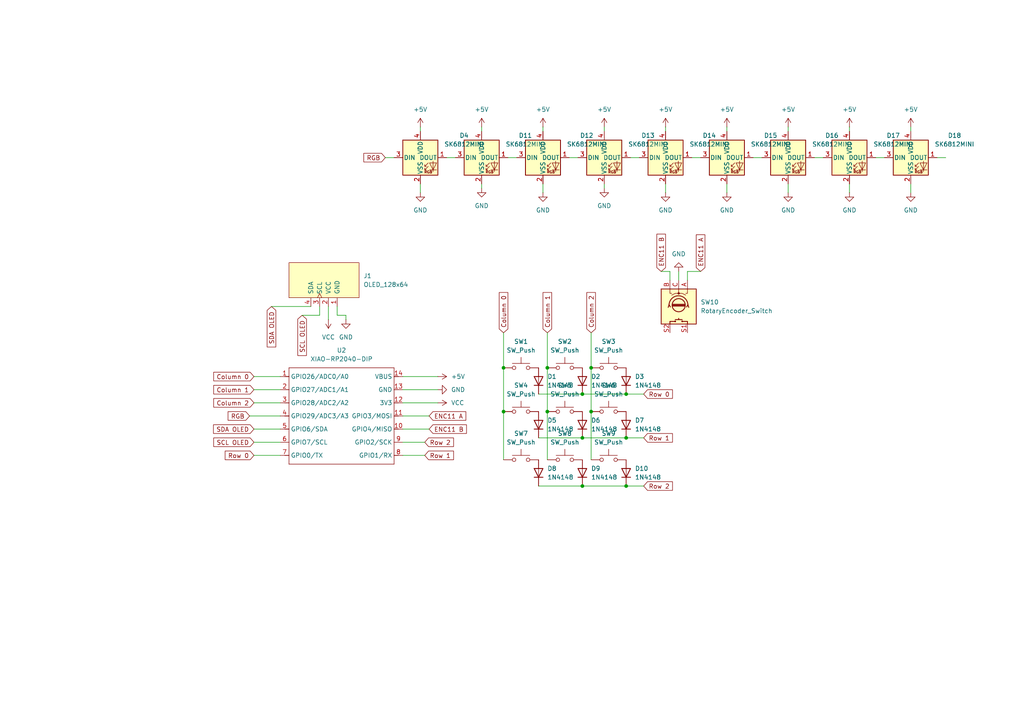
<source format=kicad_sch>
(kicad_sch (version 20250114) (generator "eeschema") (generator_version "9.0")
  (paper "A4")
  (lib_symbols
    (symbol "Device:RotaryEncoder_Switch" (pin_names (offset 0.254) (hide yes))
      (property "Reference" "SW" (at 0 6.604 0))
      (property "Value" "RotaryEncoder_Switch" (at 0 -6.604 0))
      (symbol "RotaryEncoder_Switch_0_1"
        (rectangle (start -5.08 5.08) (end 5.08 -5.08) (stroke (width 0.254)) (fill (type background)))
        (polyline (pts (xy -5.08 2.54) (xy -3.81 2.54) (xy -3.81 2.032)))
        (polyline (pts (xy -5.08 0) (xy -3.81 0) (xy -3.81 -1.016) (xy -3.302 -2.032)))
        (polyline (pts (xy -5.08 -2.54) (xy -3.81 -2.54) (xy -3.81 -2.032)))
        (polyline (pts (xy -4.318 0) (xy -3.81 0) (xy -3.81 1.016) (xy -3.302 2.032)))
        (circle (center -3.81 0) (radius 0.254) (fill (type outline)))
        (polyline (pts (xy -0.635 -1.778) (xy -0.635 1.778)) (stroke (width 0.254)))
        (circle (center -0.381 0) (radius 1.905) (stroke (width 0.254)))
        (polyline (pts (xy -0.381 -1.778) (xy -0.381 1.778)) (stroke (width 0.254)))
        (arc (start -0.381 -2.794) (mid -3.0988 -0.0635) (end -0.381 2.667) (stroke (width 0.254)))
        (polyline (pts (xy -0.127 1.778) (xy -0.127 -1.778)) (stroke (width 0.254)))
        (polyline (pts (xy 0.254 2.921) (xy -0.508 2.667) (xy 0.127 2.286)) (stroke (width 0.254)))
        (polyline (pts (xy 0.254 -3.048) (xy -0.508 -2.794) (xy 0.127 -2.413)) (stroke (width 0.254)))
        (polyline (pts (xy 3.81 1.016) (xy 3.81 -1.016)) (stroke (width 0.254)))
        (polyline (pts (xy 3.81 0) (xy 3.429 0)) (stroke (width 0.254)))
        (circle (center 4.318 1.016) (radius 0.127) (stroke (width 0.254)))
        (circle (center 4.318 -1.016) (radius 0.127) (stroke (width 0.254)))
        (polyline (pts (xy 5.08 2.54) (xy 4.318 2.54) (xy 4.318 1.016)) (stroke (width 0.254)))
        (polyline (pts (xy 5.08 -2.54) (xy 4.318 -2.54) (xy 4.318 -1.016)) (stroke (width 0.254)))
      )
      (symbol "RotaryEncoder_Switch_1_1"
        (pin passive line (at -7.62 2.54 0) (length 2.54) (name "A") (number "A"))
        (pin passive line (at -7.62 0 0) (length 2.54) (name "C") (number "C"))
        (pin passive line (at -7.62 -2.54 0) (length 2.54) (name "B") (number "B"))
        (pin passive line (at 7.62 2.54 180) (length 2.54) (name "S1") (number "S1"))
        (pin passive line (at 7.62 -2.54 180) (length 2.54) (name "S2") (number "S2"))
      )
    )
    (symbol "Diode:1N4148" (pin_numbers (hide yes)) (pin_names (hide yes))
      (property "Reference" "D" (at 0 2.54 0))
      (property "Value" "1N4148" (at 0 -2.54 0))
      (symbol "1N4148_0_1"
        (polyline (pts (xy -1.27 1.27) (xy -1.27 -1.27)) (stroke (width 0.254)))
        (polyline (pts (xy 1.27 1.27) (xy 1.27 -1.27) (xy -1.27 0) (xy 1.27 1.27)) (stroke (width 0.254)))
        (polyline (pts (xy 1.27 0) (xy -1.27 0)))
      )
      (symbol "1N4148_1_1"
        (pin passive line (at -3.81 0 0) (length 2.54) (name "K") (number "1"))
        (pin passive line (at 3.81 0 180) (length 2.54) (name "A") (number "2"))
      )
    )
    (symbol "LED:SK6812MINI" (pin_names (offset 0.254))
      (property "Reference" "D" (at 5.08 5.715 0))
      (property "Value" "SK6812MINI" (at 1.27 -5.715 0))
      (symbol "SK6812MINI_0_0"
        (text "RGB" (at 2.286 -4.191 0) (effects (font (size 0.762 0.762))))
      )
      (symbol "SK6812MINI_0_1"
        (polyline (pts (xy 1.27 -2.54) (xy 1.778 -2.54)))
        (polyline (pts (xy 1.27 -3.556) (xy 1.778 -3.556)))
        (polyline (pts (xy 2.286 -1.524) (xy 1.27 -2.54) (xy 1.27 -2.032)))
        (polyline (pts (xy 2.286 -2.54) (xy 1.27 -3.556) (xy 1.27 -3.048)))
        (polyline (pts (xy 3.683 -1.016) (xy 3.683 -3.556) (xy 3.683 -4.064)))
        (polyline (pts (xy 4.699 -1.524) (xy 2.667 -1.524) (xy 3.683 -3.556) (xy 4.699 -1.524)))
        (polyline (pts (xy 4.699 -3.556) (xy 2.667 -3.556)))
        (rectangle (start 5.08 5.08) (end -5.08 -5.08) (stroke (width 0.254)) (fill (type background)))
      )
      (symbol "SK6812MINI_1_1"
        (pin input line (at -7.62 0 0) (length 2.54) (name "DIN") (number "3"))
        (pin power_in line (at 0 7.62 270) (length 2.54) (name "VDD") (number "4"))
        (pin power_in line (at 0 -7.62 90) (length 2.54) (name "VSS") (number "2"))
        (pin output line (at 7.62 0 180) (length 2.54) (name "DOUT") (number "1"))
      )
    )
    (symbol "ScottoKeebs:OLED_128x64" (pin_names (offset 1.016))
      (property "Reference" "J" (at 0 -11.43 0))
      (property "Value" "OLED_128x64" (at 0 -7.62 0))
      (symbol "OLED_128x64_0_1"
        (rectangle (start 10.16 -10.16) (end -10.16 0) (fill (type background)))
      )
      (symbol "OLED_128x64_1_1"
        (pin power_in line (at -3.81 2.54 270) (length 2.54) (name "GND") (number "1"))
        (pin power_in line (at -1.27 2.54 270) (length 2.54) (name "VCC") (number "2"))
        (pin input clock (at 1.27 2.54 270) (length 2.54) (name "SCL") (number "3"))
        (pin bidirectional line (at 3.81 2.54 270) (length 2.54) (name "SDA") (number "4"))
      )
    )
    (symbol "Seeed_Studio_XIAO_Series:XIAO-RP2040-DIP"
      (property "Reference" "U" (at 0 0 0))
      (property "Value" "XIAO-RP2040-DIP" (at 5.334 -1.778 0))
      (symbol "XIAO-RP2040-DIP_1_0"
        (polyline (pts (xy -1.27 -2.54) (xy 29.21 -2.54)) (stroke (width 0.1524)))
        (polyline (pts (xy -1.27 -5.08) (xy -2.54 -5.08)) (stroke (width 0.1524)))
        (polyline (pts (xy -1.27 -5.08) (xy -1.27 -2.54)) (stroke (width 0.1524)))
        (polyline (pts (xy -1.27 -8.89) (xy -1.27 -5.08)) (stroke (width 0.1524)))
        (polyline (pts (xy -1.27 -8.89) (xy -2.54 -8.89)) (stroke (width 0.1524)))
        (polyline (pts (xy -1.27 -12.7) (xy -1.27 -8.89)) (stroke (width 0.1524)))
        (polyline (pts (xy -1.27 -12.7) (xy -2.54 -12.7)) (stroke (width 0.1524)))
        (polyline (pts (xy -1.27 -16.51) (xy -1.27 -12.7)) (stroke (width 0.1524)))
        (polyline (pts (xy -1.27 -16.51) (xy -2.54 -16.51)) (stroke (width 0.1524)))
        (polyline (pts (xy -1.27 -20.32) (xy -2.54 -20.32)) (stroke (width 0.1524)))
        (polyline (pts (xy -1.27 -24.13) (xy -2.54 -24.13)) (stroke (width 0.1524)))
        (polyline (pts (xy -1.27 -27.94) (xy -2.54 -27.94)) (stroke (width 0.1524)))
        (polyline (pts (xy -1.27 -30.48) (xy -1.27 -16.51)) (stroke (width 0.1524)))
        (polyline (pts (xy 29.21 -2.54) (xy 29.21 -5.08)) (stroke (width 0.1524)))
        (polyline (pts (xy 29.21 -5.08) (xy 29.21 -8.89)) (stroke (width 0.1524)))
        (polyline (pts (xy 29.21 -8.89) (xy 29.21 -12.7)) (stroke (width 0.1524)))
        (polyline (pts (xy 29.21 -12.7) (xy 29.21 -30.48)) (stroke (width 0.1524)))
        (polyline (pts (xy 29.21 -30.48) (xy -1.27 -30.48)) (stroke (width 0.1524)))
        (polyline (pts (xy 30.48 -5.08) (xy 29.21 -5.08)) (stroke (width 0.1524)))
        (polyline (pts (xy 30.48 -8.89) (xy 29.21 -8.89)) (stroke (width 0.1524)))
        (polyline (pts (xy 30.48 -12.7) (xy 29.21 -12.7)) (stroke (width 0.1524)))
        (polyline (pts (xy 30.48 -16.51) (xy 29.21 -16.51)) (stroke (width 0.1524)))
        (polyline (pts (xy 30.48 -20.32) (xy 29.21 -20.32)) (stroke (width 0.1524)))
        (polyline (pts (xy 30.48 -24.13) (xy 29.21 -24.13)) (stroke (width 0.1524)))
        (polyline (pts (xy 30.48 -27.94) (xy 29.21 -27.94)) (stroke (width 0.1524)))
        (pin passive line (at -3.81 -5.08 0) (length 2.54) (name "GPIO26/ADC0/A0") (number "1"))
        (pin passive line (at -3.81 -8.89 0) (length 2.54) (name "GPIO27/ADC1/A1") (number "2"))
        (pin passive line (at -3.81 -12.7 0) (length 2.54) (name "GPIO28/ADC2/A2") (number "3"))
        (pin passive line (at -3.81 -16.51 0) (length 2.54) (name "GPIO29/ADC3/A3") (number "4"))
        (pin passive line (at -3.81 -20.32 0) (length 2.54) (name "GPIO6/SDA") (number "5"))
        (pin passive line (at -3.81 -24.13 0) (length 2.54) (name "GPIO7/SCL") (number "6"))
        (pin passive line (at -3.81 -27.94 0) (length 2.54) (name "GPIO0/TX") (number "7"))
        (pin passive line (at 31.75 -5.08 180) (length 2.54) (name "VBUS") (number "14"))
        (pin passive line (at 31.75 -8.89 180) (length 2.54) (name "GND") (number "13"))
        (pin passive line (at 31.75 -12.7 180) (length 2.54) (name "3V3") (number "12"))
        (pin passive line (at 31.75 -16.51 180) (length 2.54) (name "GPIO3/MOSI") (number "11"))
        (pin passive line (at 31.75 -20.32 180) (length 2.54) (name "GPIO4/MISO") (number "10"))
        (pin passive line (at 31.75 -24.13 180) (length 2.54) (name "GPIO2/SCK") (number "9"))
        (pin passive line (at 31.75 -27.94 180) (length 2.54) (name "GPIO1/RX") (number "8"))
      )
    )
    (symbol "Switch:SW_Push" (pin_numbers (hide yes)) (pin_names (offset 1.016) (hide yes))
      (property "Reference" "SW" (at 1.27 2.54 0))
      (property "Value" "SW_Push" (at 0 -1.524 0))
      (symbol "SW_Push_0_1"
        (circle (center -2.032 0) (radius 0.508))
        (polyline (pts (xy 0 1.27) (xy 0 3.048)))
        (circle (center 2.032 0) (radius 0.508))
        (polyline (pts (xy 2.54 1.27) (xy -2.54 1.27)))
        (pin passive line (at -5.08 0 0) (length 2.54) (name "1") (number "1"))
        (pin passive line (at 5.08 0 180) (length 2.54) (name "2") (number "2"))
      )
    )
    (symbol "power:+5V" (power) (pin_numbers (hide yes)) (pin_names (offset 0) (hide yes))
      (property "Value" "+5V" (at 0 3.556 0))
      (symbol "+5V_0_1"
        (polyline (pts (xy -0.762 1.27) (xy 0 2.54)))
        (polyline (pts (xy 0 2.54) (xy 0.762 1.27)))
        (polyline (pts (xy 0 0) (xy 0 2.54)))
      )
      (symbol "+5V_1_1"
        (pin power_in line (at 0 0 90) (length 0) (name "~") (number "1"))
      )
    )
    (symbol "power:GND" (power) (pin_numbers (hide yes)) (pin_names (offset 0) (hide yes))
      (property "Value" "GND" (at 0 -3.81 0))
      (symbol "GND_0_1"
        (polyline (pts (xy 0 0) (xy 0 -1.27) (xy 1.27 -1.27) (xy 0 -2.54) (xy -1.27 -1.27) (xy 0 -1.27)))
      )
      (symbol "GND_1_1"
        (pin power_in line (at 0 0 270) (length 0) (name "~") (number "1"))
      )
    )
    (symbol "power:VCC" (power) (pin_numbers (hide yes)) (pin_names (offset 0) (hide yes))
      (property "Value" "VCC" (at 0 3.556 0))
      (symbol "VCC_0_1"
        (polyline (pts (xy -0.762 1.27) (xy 0 2.54)))
        (polyline (pts (xy 0 2.54) (xy 0.762 1.27)))
        (polyline (pts (xy 0 0) (xy 0 2.54)))
      )
      (symbol "VCC_1_1"
        (pin power_in line (at 0 0 90) (length 0) (name "~") (number "1"))
      )
    )
  )
  (junction (at 168.91 140.97))
  (junction (at 168.91 114.3))
  (junction (at 168.91 127))
  (junction (at 181.61 140.97))
  (junction (at 158.75 119.38))
  (junction (at 181.61 127))
  (junction (at 158.75 106.68))
  (junction (at 146.05 106.68))
  (junction (at 181.61 114.3))
  (junction (at 171.45 106.68))
  (junction (at 146.05 119.38))
  (junction (at 171.45 119.38))
  (wire (pts (xy 157.48 55.88) (xy 157.48 53.34)))
  (wire (pts (xy 73.66 128.27) (xy 81.28 128.27)))
  (wire (pts (xy 146.05 106.68) (xy 146.05 119.38)))
  (wire (pts (xy 193.04 55.88) (xy 193.04 53.34)))
  (wire (pts (xy 238.76 45.72) (xy 236.22 45.72)))
  (wire (pts (xy 171.45 96.52) (xy 171.45 106.68)))
  (wire (pts (xy 264.16 36.83) (xy 264.16 38.1)))
  (wire (pts (xy 246.38 36.83) (xy 246.38 38.1)))
  (wire (pts (xy 111.76 45.72) (xy 114.3 45.72)))
  (wire (pts (xy 181.61 140.97) (xy 186.69 140.97)))
  (wire (pts (xy 95.25 92.71) (xy 95.25 88.9)))
  (wire (pts (xy 156.21 127) (xy 168.91 127)))
  (wire (pts (xy 78.74 88.9) (xy 90.17 88.9)))
  (wire (pts (xy 203.2 45.72) (xy 200.66 45.72)))
  (wire (pts (xy 146.05 96.52) (xy 146.05 106.68)))
  (wire (pts (xy 87.63 91.44) (xy 92.71 91.44)))
  (wire (pts (xy 203.2 78.74) (xy 199.39 78.74)))
  (wire (pts (xy 246.38 55.88) (xy 246.38 53.34)))
  (wire (pts (xy 168.91 114.3) (xy 181.61 114.3)))
  (wire (pts (xy 220.98 45.72) (xy 218.44 45.72)))
  (wire (pts (xy 73.66 116.84) (xy 81.28 116.84)))
  (wire (pts (xy 199.39 78.74) (xy 199.39 81.28)))
  (wire (pts (xy 256.54 45.72) (xy 254 45.72)))
  (wire (pts (xy 92.71 91.44) (xy 92.71 88.9)))
  (wire (pts (xy 264.16 55.88) (xy 264.16 53.34)))
  (wire (pts (xy 146.05 119.38) (xy 146.05 133.35)))
  (wire (pts (xy 191.77 78.74) (xy 194.31 78.74)))
  (wire (pts (xy 196.85 78.74) (xy 196.85 81.28)))
  (wire (pts (xy 175.26 54.61) (xy 175.26 53.34)))
  (wire (pts (xy 274.32 45.72) (xy 271.78 45.72)))
  (wire (pts (xy 72.39 120.65) (xy 81.28 120.65)))
  (wire (pts (xy 210.82 55.88) (xy 210.82 53.34)))
  (wire (pts (xy 116.84 116.84) (xy 127 116.84)))
  (wire (pts (xy 228.6 36.83) (xy 228.6 38.1)))
  (wire (pts (xy 149.86 45.72) (xy 147.32 45.72)))
  (wire (pts (xy 139.7 54.61) (xy 139.7 53.34)))
  (wire (pts (xy 127 109.22) (xy 116.84 109.22)))
  (wire (pts (xy 157.48 36.83) (xy 157.48 38.1)))
  (wire (pts (xy 185.42 45.72) (xy 182.88 45.72)))
  (wire (pts (xy 73.66 109.22) (xy 81.28 109.22)))
  (wire (pts (xy 168.91 140.97) (xy 181.61 140.97)))
  (wire (pts (xy 139.7 36.83) (xy 139.7 38.1)))
  (wire (pts (xy 167.64 45.72) (xy 165.1 45.72)))
  (wire (pts (xy 100.33 92.71) (xy 100.33 91.44)))
  (wire (pts (xy 158.75 119.38) (xy 158.75 133.35)))
  (wire (pts (xy 158.75 96.52) (xy 158.75 106.68)))
  (wire (pts (xy 228.6 55.88) (xy 228.6 53.34)))
  (wire (pts (xy 123.19 128.27) (xy 116.84 128.27)))
  (wire (pts (xy 132.08 45.72) (xy 129.54 45.72)))
  (wire (pts (xy 124.46 120.65) (xy 116.84 120.65)))
  (wire (pts (xy 73.66 113.03) (xy 81.28 113.03)))
  (wire (pts (xy 116.84 113.03) (xy 127 113.03)))
  (wire (pts (xy 168.91 127) (xy 181.61 127)))
  (wire (pts (xy 123.19 132.08) (xy 116.84 132.08)))
  (wire (pts (xy 97.79 91.44) (xy 97.79 88.9)))
  (wire (pts (xy 121.92 55.88) (xy 121.92 53.34)))
  (wire (pts (xy 158.75 106.68) (xy 158.75 119.38)))
  (wire (pts (xy 210.82 36.83) (xy 210.82 38.1)))
  (wire (pts (xy 156.21 114.3) (xy 168.91 114.3)))
  (wire (pts (xy 171.45 106.68) (xy 171.45 119.38)))
  (wire (pts (xy 121.92 36.83) (xy 121.92 38.1)))
  (wire (pts (xy 73.66 124.46) (xy 81.28 124.46)))
  (wire (pts (xy 193.04 36.83) (xy 193.04 38.1)))
  (wire (pts (xy 181.61 127) (xy 186.69 127)))
  (wire (pts (xy 156.21 140.97) (xy 168.91 140.97)))
  (wire (pts (xy 171.45 119.38) (xy 171.45 133.35)))
  (wire (pts (xy 194.31 78.74) (xy 194.31 81.28)))
  (wire (pts (xy 181.61 114.3) (xy 186.69 114.3)))
  (wire (pts (xy 175.26 36.83) (xy 175.26 38.1)))
  (wire (pts (xy 73.66 132.08) (xy 81.28 132.08)))
  (wire (pts (xy 124.46 124.46) (xy 116.84 124.46)))
  (wire (pts (xy 100.33 91.44) (xy 97.79 91.44)))
  (global_label "RGB" (shape input) (at 111.76 45.72 180) (property "Intersheetrefs" "${INTERSHEET_REFS}" (effects (hide yes))))
  (global_label "Column 0" (shape input) (at 146.05 96.52 90) (property "Intersheetrefs" "${INTERSHEET_REFS}" (effects (hide yes))))
  (global_label "Row 2" (shape input) (at 123.19 128.27 0) (property "Intersheetrefs" "${INTERSHEET_REFS}" (effects (hide yes))))
  (global_label "ENC11 A" (shape input) (at 124.46 120.65 0) (property "Intersheetrefs" "${INTERSHEET_REFS}" (effects (hide yes))))
  (global_label "SDA OLED" (shape input) (at 73.66 124.46 180) (property "Intersheetrefs" "${INTERSHEET_REFS}" (effects (hide yes))))
  (global_label "SCL OLED" (shape input) (at 87.63 91.44 270) (property "Intersheetrefs" "${INTERSHEET_REFS}" (effects (hide yes))))
  (global_label "Column 2" (shape input) (at 73.66 116.84 180) (property "Intersheetrefs" "${INTERSHEET_REFS}" (effects (hide yes))))
  (global_label "ENC11 A" (shape input) (at 203.2 78.74 90) (property "Intersheetrefs" "${INTERSHEET_REFS}" (effects (hide yes))))
  (global_label "Column 1" (shape input) (at 158.75 96.52 90) (property "Intersheetrefs" "${INTERSHEET_REFS}" (effects (hide yes))))
  (global_label "Row 2" (shape input) (at 186.69 140.97 0) (property "Intersheetrefs" "${INTERSHEET_REFS}" (effects (hide yes))))
  (global_label "RGB" (shape input) (at 72.39 120.65 180) (property "Intersheetrefs" "${INTERSHEET_REFS}" (effects (hide yes))))
  (global_label "Column 0" (shape input) (at 73.66 109.22 180) (property "Intersheetrefs" "${INTERSHEET_REFS}" (effects (hide yes))))
  (global_label "SDA OLED" (shape input) (at 78.74 88.9 270) (property "Intersheetrefs" "${INTERSHEET_REFS}" (effects (hide yes))))
  (global_label "Row 0" (shape input) (at 186.69 114.3 0) (property "Intersheetrefs" "${INTERSHEET_REFS}" (effects (hide yes))))
  (global_label "Row 1" (shape input) (at 123.19 132.08 0) (property "Intersheetrefs" "${INTERSHEET_REFS}" (effects (hide yes))))
  (global_label "Column 2" (shape input) (at 171.45 96.52 90) (property "Intersheetrefs" "${INTERSHEET_REFS}" (effects (hide yes))))
  (global_label "ENC11 B" (shape input) (at 191.77 78.74 90) (property "Intersheetrefs" "${INTERSHEET_REFS}" (effects (hide yes))))
  (global_label "Row 1" (shape input) (at 186.69 127 0) (property "Intersheetrefs" "${INTERSHEET_REFS}" (effects (hide yes))))
  (global_label "Row 0" (shape input) (at 73.66 132.08 180) (property "Intersheetrefs" "${INTERSHEET_REFS}" (effects (hide yes))))
  (global_label "SCL OLED" (shape input) (at 73.66 128.27 180) (property "Intersheetrefs" "${INTERSHEET_REFS}" (effects (hide yes))))
  (global_label "ENC11 B" (shape input) (at 124.46 124.46 0) (property "Intersheetrefs" "${INTERSHEET_REFS}" (effects (hide yes))))
  (global_label "Column 1" (shape input) (at 73.66 113.03 180) (property "Intersheetrefs" "${INTERSHEET_REFS}" (effects (hide yes))))
  (symbol (lib_id "power:+5V") (at 139.7 36.83 0) (unit 1)
    (property "Reference" "#PWR09" (effects (hide yes)))
    (property "Value" "+5V" (at 139.7 31.75 0))
    (property "Description" "Power symbol creates a global label with name \"+5V\"" (effects (hide yes)))
  )
  (symbol (lib_id "power:+5V") (at 210.82 36.83 0) (unit 1)
    (property "Reference" "#PWR019" (effects (hide yes)))
    (property "Value" "+5V" (at 210.82 31.75 0))
    (property "Description" "Power symbol creates a global label with name \"+5V\"" (effects (hide yes)))
  )
  (symbol (lib_id "power:GND") (at 246.38 55.88 0) (unit 1)
    (property "Reference" "#PWR025" (effects (hide yes)))
    (property "Value" "GND" (at 246.38 60.96 0))
    (property "Description" "Power symbol creates a global label with name \"GND\" , ground" (effects (hide yes)))
  )
  (symbol (lib_id "Device:RotaryEncoder_Switch") (at 196.85 88.9 270) (unit 1)
    (property "Reference" "SW10" (at 203.2 87.6299 90) (effects (justify left)))
    (property "Value" "RotaryEncoder_Switch" (at 203.2 90.1699 90) (effects (justify left)))
    (property "Footprint" "ScottoKeebs_Scotto:Encoder_EC11_MX" (effects (hide yes)))
    (property "Description" "Rotary encoder, dual channel, incremental quadrate outputs, with switch" (effects (hide yes)))
  )
  (symbol (lib_id "LED:SK6812MINI") (at 139.7 45.72 0) (unit 1)
    (property "Reference" "D11" (at 152.4 39.2998 0))
    (property "Value" "SK6812MINI" (at 152.4 41.8398 0))
    (property "Footprint" "PCB-third_party_neopixel:SK6812MINI-E" (effects (hide yes)))
    (property "Datasheet" "https://cdn-shop.adafruit.com/product-files/2686/SK6812MINI_REV.01-1-2.pdf" (effects (hide yes)))
    (property "Description" "RGB LED with integrated controller" (effects (hide yes)))
  )
  (symbol (lib_id "Switch:SW_Push") (at 163.83 119.38 0) (unit 1)
    (property "Reference" "SW5" (at 163.83 111.76 0))
    (property "Value" "SW_Push" (at 163.83 114.3 0))
    (property "Footprint" "ScottoKeebs_MX:MX_PCB_1.00u" (effects (hide yes)))
    (property "Description" "Push button switch, generic, two pins" (effects (hide yes)))
  )
  (symbol (lib_id "power:GND") (at 196.85 78.74 180) (unit 1)
    (property "Reference" "#PWR05" (effects (hide yes)))
    (property "Value" "GND" (at 196.85 73.66 0))
    (property "Description" "Power symbol creates a global label with name \"GND\" , ground" (effects (hide yes)))
  )
  (symbol (lib_id "power:VCC") (at 95.25 92.71 180) (unit 1)
    (property "Reference" "#PWR04" (effects (hide yes)))
    (property "Value" "VCC" (at 95.25 97.79 0))
    (property "Description" "Power symbol creates a global label with name \"VCC\"" (effects (hide yes)))
  )
  (symbol (lib_id "Diode:1N4148") (at 168.91 137.16 90) (unit 1)
    (property "Reference" "D9" (at 171.45 135.8899 90) (effects (justify right)))
    (property "Value" "1N4148" (at 171.45 138.4299 90) (effects (justify right)))
    (property "Footprint" "Diode_THT:D_DO-35_SOD27_P7.62mm_Horizontal" (effects (hide yes)))
    (property "Datasheet" "https://assets.nexperia.com/documents/data-sheet/1N4148_1N4448.pdf" (effects (hide yes)))
    (property "Description" "100V 0.15A standard switching diode, DO-35" (effects (hide yes)))
    (property "Sim.Device" "D" (effects (hide yes)))
    (property "Sim.Pins" "1=K 2=A" (effects (hide yes)))
  )
  (symbol (lib_id "Seeed_Studio_XIAO_Series:XIAO-RP2040-DIP") (at 85.09 104.14 0) (unit 1)
    (property "Reference" "U2" (at 99.06 101.6 0))
    (property "Value" "XIAO-RP2040-DIP" (at 99.06 104.14 0))
    (property "Footprint" "ScottoKeebs_MCU:Seeed_XIAO_RP2040" (effects (hide yes)))
  )
  (symbol (lib_id "power:+5V") (at 127 109.22 270) (unit 1)
    (property "Reference" "#PWR06" (effects (hide yes)))
    (property "Value" "+5V" (at 130.81 109.2199 90) (effects (justify left)))
    (property "Description" "Power symbol creates a global label with name \"+5V\"" (effects (hide yes)))
  )
  (symbol (lib_id "LED:SK6812MINI") (at 193.04 45.72 0) (unit 1)
    (property "Reference" "D14" (at 205.74 39.2998 0))
    (property "Value" "SK6812MINI" (at 205.74 41.8398 0))
    (property "Footprint" "PCB-third_party_neopixel:SK6812MINI-E" (effects (hide yes)))
    (property "Datasheet" "https://cdn-shop.adafruit.com/product-files/2686/SK6812MINI_REV.01-1-2.pdf" (effects (hide yes)))
    (property "Description" "RGB LED with integrated controller" (effects (hide yes)))
  )
  (symbol (lib_id "power:GND") (at 121.92 55.88 0) (unit 1)
    (property "Reference" "#PWR020" (effects (hide yes)))
    (property "Value" "GND" (at 121.92 60.96 0))
    (property "Description" "Power symbol creates a global label with name \"GND\" , ground" (effects (hide yes)))
  )
  (symbol (lib_id "power:GND") (at 157.48 55.88 0) (unit 1)
    (property "Reference" "#PWR018" (effects (hide yes)))
    (property "Value" "GND" (at 157.48 60.96 0))
    (property "Description" "Power symbol creates a global label with name \"GND\" , ground" (effects (hide yes)))
  )
  (symbol (lib_id "power:GND") (at 127 113.03 90) (unit 1)
    (property "Reference" "#PWR01" (effects (hide yes)))
    (property "Value" "GND" (at 130.81 113.0299 90) (effects (justify right)))
    (property "Description" "Power symbol creates a global label with name \"GND\" , ground" (effects (hide yes)))
  )
  (symbol (lib_id "Diode:1N4148") (at 181.61 110.49 90) (unit 1)
    (property "Reference" "D3" (at 184.15 109.2199 90) (effects (justify right)))
    (property "Value" "1N4148" (at 184.15 111.7599 90) (effects (justify right)))
    (property "Footprint" "Diode_THT:D_DO-35_SOD27_P7.62mm_Horizontal" (effects (hide yes)))
    (property "Datasheet" "https://assets.nexperia.com/documents/data-sheet/1N4148_1N4448.pdf" (effects (hide yes)))
    (property "Description" "100V 0.15A standard switching diode, DO-35" (effects (hide yes)))
    (property "Sim.Device" "D" (effects (hide yes)))
    (property "Sim.Pins" "1=K 2=A" (effects (hide yes)))
  )
  (symbol (lib_id "Diode:1N4148") (at 168.91 110.49 90) (unit 1)
    (property "Reference" "D2" (at 171.45 109.2199 90) (effects (justify right)))
    (property "Value" "1N4148" (at 171.45 111.7599 90) (effects (justify right)))
    (property "Footprint" "Diode_THT:D_DO-35_SOD27_P7.62mm_Horizontal" (effects (hide yes)))
    (property "Datasheet" "https://assets.nexperia.com/documents/data-sheet/1N4148_1N4448.pdf" (effects (hide yes)))
    (property "Description" "100V 0.15A standard switching diode, DO-35" (effects (hide yes)))
    (property "Sim.Device" "D" (effects (hide yes)))
    (property "Sim.Pins" "1=K 2=A" (effects (hide yes)))
  )
  (symbol (lib_id "LED:SK6812MINI") (at 121.92 45.72 0) (unit 1)
    (property "Reference" "D4" (at 134.62 39.2998 0))
    (property "Value" "SK6812MINI" (at 134.62 41.8398 0))
    (property "Footprint" "PCB-third_party_neopixel:SK6812MINI-E" (effects (hide yes)))
    (property "Datasheet" "https://cdn-shop.adafruit.com/product-files/2686/SK6812MINI_REV.01-1-2.pdf" (effects (hide yes)))
    (property "Description" "RGB LED with integrated controller" (effects (hide yes)))
  )
  (symbol (lib_id "power:+5V") (at 246.38 36.83 0) (unit 1)
    (property "Reference" "#PWR024" (effects (hide yes)))
    (property "Value" "+5V" (at 246.38 31.75 0))
    (property "Description" "Power symbol creates a global label with name \"+5V\"" (effects (hide yes)))
  )
  (symbol (lib_id "power:GND") (at 175.26 54.61 0) (unit 1)
    (property "Reference" "#PWR014" (effects (hide yes)))
    (property "Value" "GND" (at 175.26 59.69 0))
    (property "Description" "Power symbol creates a global label with name \"GND\" , ground" (effects (hide yes)))
  )
  (symbol (lib_id "power:GND") (at 264.16 55.88 0) (unit 1)
    (property "Reference" "#PWR027" (effects (hide yes)))
    (property "Value" "GND" (at 264.16 60.96 0))
    (property "Description" "Power symbol creates a global label with name \"GND\" , ground" (effects (hide yes)))
  )
  (symbol (lib_id "power:+5V") (at 228.6 36.83 0) (unit 1)
    (property "Reference" "#PWR022" (effects (hide yes)))
    (property "Value" "+5V" (at 228.6 31.75 0))
    (property "Description" "Power symbol creates a global label with name \"+5V\"" (effects (hide yes)))
  )
  (symbol (lib_id "power:+5V") (at 175.26 36.83 0) (unit 1)
    (property "Reference" "#PWR013" (effects (hide yes)))
    (property "Value" "+5V" (at 175.26 31.75 0))
    (property "Description" "Power symbol creates a global label with name \"+5V\"" (effects (hide yes)))
  )
  (symbol (lib_id "LED:SK6812MINI") (at 157.48 45.72 0) (unit 1)
    (property "Reference" "D12" (at 170.18 39.2998 0))
    (property "Value" "SK6812MINI" (at 170.18 41.8398 0))
    (property "Footprint" "PCB-third_party_neopixel:SK6812MINI-E" (effects (hide yes)))
    (property "Datasheet" "https://cdn-shop.adafruit.com/product-files/2686/SK6812MINI_REV.01-1-2.pdf" (effects (hide yes)))
    (property "Description" "RGB LED with integrated controller" (effects (hide yes)))
  )
  (symbol (lib_id "power:GND") (at 139.7 54.61 0) (unit 1)
    (property "Reference" "#PWR017" (effects (hide yes)))
    (property "Value" "GND" (at 139.7 59.69 0))
    (property "Description" "Power symbol creates a global label with name \"GND\" , ground" (effects (hide yes)))
  )
  (symbol (lib_id "Diode:1N4148") (at 181.61 137.16 90) (unit 1)
    (property "Reference" "D10" (at 184.15 135.8899 90) (effects (justify right)))
    (property "Value" "1N4148" (at 184.15 138.4299 90) (effects (justify right)))
    (property "Footprint" "Diode_THT:D_DO-35_SOD27_P7.62mm_Horizontal" (effects (hide yes)))
    (property "Datasheet" "https://assets.nexperia.com/documents/data-sheet/1N4148_1N4448.pdf" (effects (hide yes)))
    (property "Description" "100V 0.15A standard switching diode, DO-35" (effects (hide yes)))
    (property "Sim.Device" "D" (effects (hide yes)))
    (property "Sim.Pins" "1=K 2=A" (effects (hide yes)))
  )
  (symbol (lib_id "power:GND") (at 228.6 55.88 0) (unit 1)
    (property "Reference" "#PWR023" (effects (hide yes)))
    (property "Value" "GND" (at 228.6 60.96 0))
    (property "Description" "Power symbol creates a global label with name \"GND\" , ground" (effects (hide yes)))
  )
  (symbol (lib_id "Switch:SW_Push") (at 163.83 133.35 0) (unit 1)
    (property "Reference" "SW8" (at 163.83 125.73 0))
    (property "Value" "SW_Push" (at 163.83 128.27 0))
    (property "Footprint" "ScottoKeebs_MX:MX_PCB_1.00u" (effects (hide yes)))
    (property "Description" "Push button switch, generic, two pins" (effects (hide yes)))
  )
  (symbol (lib_id "power:GND") (at 210.82 55.88 0) (unit 1)
    (property "Reference" "#PWR021" (effects (hide yes)))
    (property "Value" "GND" (at 210.82 60.96 0))
    (property "Description" "Power symbol creates a global label with name \"GND\" , ground" (effects (hide yes)))
  )
  (symbol (lib_id "Switch:SW_Push") (at 163.83 106.68 0) (unit 1)
    (property "Reference" "SW2" (at 163.83 99.06 0))
    (property "Value" "SW_Push" (at 163.83 101.6 0))
    (property "Footprint" "ScottoKeebs_MX:MX_PCB_1.00u" (effects (hide yes)))
    (property "Description" "Push button switch, generic, two pins" (effects (hide yes)))
  )
  (symbol (lib_id "Switch:SW_Push") (at 176.53 119.38 0) (unit 1)
    (property "Reference" "SW6" (at 176.53 111.76 0))
    (property "Value" "SW_Push" (at 176.53 114.3 0))
    (property "Footprint" "ScottoKeebs_MX:MX_PCB_1.00u" (effects (hide yes)))
    (property "Description" "Push button switch, generic, two pins" (effects (hide yes)))
  )
  (symbol (lib_id "power:GND") (at 193.04 55.88 0) (unit 1)
    (property "Reference" "#PWR016" (effects (hide yes)))
    (property "Value" "GND" (at 193.04 60.96 0))
    (property "Description" "Power symbol creates a global label with name \"GND\" , ground" (effects (hide yes)))
  )
  (symbol (lib_id "LED:SK6812MINI") (at 264.16 45.72 0) (unit 1)
    (property "Reference" "D18" (at 276.86 39.2998 0))
    (property "Value" "SK6812MINI" (at 276.86 41.8398 0))
    (property "Footprint" "PCB-third_party_neopixel:SK6812MINI-E" (effects (hide yes)))
    (property "Datasheet" "https://cdn-shop.adafruit.com/product-files/2686/SK6812MINI_REV.01-1-2.pdf" (effects (hide yes)))
    (property "Description" "RGB LED with integrated controller" (effects (hide yes)))
  )
  (symbol (lib_id "LED:SK6812MINI") (at 246.38 45.72 0) (unit 1)
    (property "Reference" "D17" (at 259.08 39.2998 0))
    (property "Value" "SK6812MINI" (at 259.08 41.8398 0))
    (property "Footprint" "PCB-third_party_neopixel:SK6812MINI-E" (effects (hide yes)))
    (property "Datasheet" "https://cdn-shop.adafruit.com/product-files/2686/SK6812MINI_REV.01-1-2.pdf" (effects (hide yes)))
    (property "Description" "RGB LED with integrated controller" (effects (hide yes)))
  )
  (symbol (lib_id "power:VCC") (at 127 116.84 270) (unit 1)
    (property "Reference" "#PWR03" (effects (hide yes)))
    (property "Value" "VCC" (at 130.81 116.8399 90) (effects (justify left)))
    (property "Description" "Power symbol creates a global label with name \"VCC\"" (effects (hide yes)))
  )
  (symbol (lib_id "Diode:1N4148") (at 181.61 123.19 90) (unit 1)
    (property "Reference" "D7" (at 184.15 121.9199 90) (effects (justify right)))
    (property "Value" "1N4148" (at 184.15 124.4599 90) (effects (justify right)))
    (property "Footprint" "Diode_THT:D_DO-35_SOD27_P7.62mm_Horizontal" (effects (hide yes)))
    (property "Datasheet" "https://assets.nexperia.com/documents/data-sheet/1N4148_1N4448.pdf" (effects (hide yes)))
    (property "Description" "100V 0.15A standard switching diode, DO-35" (effects (hide yes)))
    (property "Sim.Device" "D" (effects (hide yes)))
    (property "Sim.Pins" "1=K 2=A" (effects (hide yes)))
  )
  (symbol (lib_id "power:+5V") (at 193.04 36.83 0) (unit 1)
    (property "Reference" "#PWR015" (effects (hide yes)))
    (property "Value" "+5V" (at 193.04 31.75 0))
    (property "Description" "Power symbol creates a global label with name \"+5V\"" (effects (hide yes)))
  )
  (symbol (lib_id "Diode:1N4148") (at 168.91 123.19 90) (unit 1)
    (property "Reference" "D6" (at 171.45 121.9199 90) (effects (justify right)))
    (property "Value" "1N4148" (at 171.45 124.4599 90) (effects (justify right)))
    (property "Footprint" "Diode_THT:D_DO-35_SOD27_P7.62mm_Horizontal" (effects (hide yes)))
    (property "Datasheet" "https://assets.nexperia.com/documents/data-sheet/1N4148_1N4448.pdf" (effects (hide yes)))
    (property "Description" "100V 0.15A standard switching diode, DO-35" (effects (hide yes)))
    (property "Sim.Device" "D" (effects (hide yes)))
    (property "Sim.Pins" "1=K 2=A" (effects (hide yes)))
  )
  (symbol (lib_id "Switch:SW_Push") (at 151.13 133.35 0) (unit 1)
    (property "Reference" "SW7" (at 151.13 125.73 0))
    (property "Value" "SW_Push" (at 151.13 128.27 0))
    (property "Footprint" "ScottoKeebs_MX:MX_PCB_1.00u" (effects (hide yes)))
    (property "Description" "Push button switch, generic, two pins" (effects (hide yes)))
  )
  (symbol (lib_id "Diode:1N4148") (at 156.21 137.16 90) (unit 1)
    (property "Reference" "D8" (at 158.75 135.8899 90) (effects (justify right)))
    (property "Value" "1N4148" (at 158.75 138.4299 90) (effects (justify right)))
    (property "Footprint" "Diode_THT:D_DO-35_SOD27_P7.62mm_Horizontal" (effects (hide yes)))
    (property "Datasheet" "https://assets.nexperia.com/documents/data-sheet/1N4148_1N4448.pdf" (effects (hide yes)))
    (property "Description" "100V 0.15A standard switching diode, DO-35" (effects (hide yes)))
    (property "Sim.Device" "D" (effects (hide yes)))
    (property "Sim.Pins" "1=K 2=A" (effects (hide yes)))
  )
  (symbol (lib_id "Switch:SW_Push") (at 151.13 119.38 0) (unit 1)
    (property "Reference" "SW4" (at 151.13 111.76 0))
    (property "Value" "SW_Push" (at 151.13 114.3 0))
    (property "Footprint" "ScottoKeebs_MX:MX_PCB_1.00u" (effects (hide yes)))
    (property "Description" "Push button switch, generic, two pins" (effects (hide yes)))
  )
  (symbol (lib_id "power:GND") (at 100.33 92.71 0) (unit 1)
    (property "Reference" "#PWR02" (effects (hide yes)))
    (property "Value" "GND" (at 100.33 97.79 0))
    (property "Description" "Power symbol creates a global label with name \"GND\" , ground" (effects (hide yes)))
  )
  (symbol (lib_id "power:+5V") (at 264.16 36.83 0) (unit 1)
    (property "Reference" "#PWR026" (effects (hide yes)))
    (property "Value" "+5V" (at 264.16 31.75 0))
    (property "Description" "Power symbol creates a global label with name \"+5V\"" (effects (hide yes)))
  )
  (symbol (lib_id "LED:SK6812MINI") (at 210.82 45.72 0) (unit 1)
    (property "Reference" "D15" (at 223.52 39.2998 0))
    (property "Value" "SK6812MINI" (at 223.52 41.8398 0))
    (property "Footprint" "PCB-third_party_neopixel:SK6812MINI-E" (effects (hide yes)))
    (property "Datasheet" "https://cdn-shop.adafruit.com/product-files/2686/SK6812MINI_REV.01-1-2.pdf" (effects (hide yes)))
    (property "Description" "RGB LED with integrated controller" (effects (hide yes)))
  )
  (symbol (lib_id "LED:SK6812MINI") (at 228.6 45.72 0) (unit 1)
    (property "Reference" "D16" (at 241.3 39.2998 0))
    (property "Value" "SK6812MINI" (at 241.3 41.8398 0))
    (property "Footprint" "PCB-third_party_neopixel:SK6812MINI-E" (effects (hide yes)))
    (property "Datasheet" "https://cdn-shop.adafruit.com/product-files/2686/SK6812MINI_REV.01-1-2.pdf" (effects (hide yes)))
    (property "Description" "RGB LED with integrated controller" (effects (hide yes)))
  )
  (symbol (lib_id "ScottoKeebs:OLED_128x64") (at 93.98 86.36 180) (unit 1)
    (property "Reference" "J1" (at 105.41 80.0099 0) (effects (justify right)))
    (property "Value" "OLED_128x64" (at 105.41 82.5499 0) (effects (justify right)))
    (property "Footprint" "ScottoKeebs_Components:OLED_128x64" (effects (hide yes)))
  )
  (symbol (lib_id "LED:SK6812MINI") (at 175.26 45.72 0) (unit 1)
    (property "Reference" "D13" (at 187.96 39.2998 0))
    (property "Value" "SK6812MINI" (at 187.96 41.8398 0))
    (property "Footprint" "PCB-third_party_neopixel:SK6812MINI-E" (effects (hide yes)))
    (property "Datasheet" "https://cdn-shop.adafruit.com/product-files/2686/SK6812MINI_REV.01-1-2.pdf" (effects (hide yes)))
    (property "Description" "RGB LED with integrated controller" (effects (hide yes)))
  )
  (symbol (lib_id "power:+5V") (at 157.48 36.83 0) (unit 1)
    (property "Reference" "#PWR011" (effects (hide yes)))
    (property "Value" "+5V" (at 157.48 31.75 0))
    (property "Description" "Power symbol creates a global label with name \"+5V\"" (effects (hide yes)))
  )
  (symbol (lib_id "Switch:SW_Push") (at 176.53 133.35 0) (unit 1)
    (property "Reference" "SW9" (at 176.53 125.73 0))
    (property "Value" "SW_Push" (at 176.53 128.27 0))
    (property "Footprint" "ScottoKeebs_MX:MX_PCB_1.00u" (effects (hide yes)))
    (property "Description" "Push button switch, generic, two pins" (effects (hide yes)))
  )
  (symbol (lib_id "power:+5V") (at 121.92 36.83 0) (unit 1)
    (property "Reference" "#PWR07" (effects (hide yes)))
    (property "Value" "+5V" (at 121.92 31.75 0))
    (property "Description" "Power symbol creates a global label with name \"+5V\"" (effects (hide yes)))
  )
  (symbol (lib_id "Diode:1N4148") (at 156.21 110.49 90) (unit 1)
    (property "Reference" "D1" (at 158.75 109.2199 90) (effects (justify right)))
    (property "Value" "1N4148" (at 158.75 111.7599 90) (effects (justify right)))
    (property "Footprint" "Diode_THT:D_DO-35_SOD27_P7.62mm_Horizontal" (effects (hide yes)))
    (property "Datasheet" "https://assets.nexperia.com/documents/data-sheet/1N4148_1N4448.pdf" (effects (hide yes)))
    (property "Description" "100V 0.15A standard switching diode, DO-35" (effects (hide yes)))
    (property "Sim.Device" "D" (effects (hide yes)))
    (property "Sim.Pins" "1=K 2=A" (effects (hide yes)))
  )
  (symbol (lib_id "Diode:1N4148") (at 156.21 123.19 90) (unit 1)
    (property "Reference" "D5" (at 158.75 121.9199 90) (effects (justify right)))
    (property "Value" "1N4148" (at 158.75 124.4599 90) (effects (justify right)))
    (property "Footprint" "Diode_THT:D_DO-35_SOD27_P7.62mm_Horizontal" (effects (hide yes)))
    (property "Datasheet" "https://assets.nexperia.com/documents/data-sheet/1N4148_1N4448.pdf" (effects (hide yes)))
    (property "Description" "100V 0.15A standard switching diode, DO-35" (effects (hide yes)))
    (property "Sim.Device" "D" (effects (hide yes)))
    (property "Sim.Pins" "1=K 2=A" (effects (hide yes)))
  )
  (symbol (lib_id "Switch:SW_Push") (at 176.53 106.68 0) (unit 1)
    (property "Reference" "SW3" (at 176.53 99.06 0))
    (property "Value" "SW_Push" (at 176.53 101.6 0))
    (property "Footprint" "ScottoKeebs_MX:MX_PCB_1.00u" (effects (hide yes)))
    (property "Description" "Push button switch, generic, two pins" (effects (hide yes)))
  )
  (symbol (lib_id "Switch:SW_Push") (at 151.13 106.68 0) (unit 1)
    (property "Reference" "SW1" (at 151.13 99.06 0))
    (property "Value" "SW_Push" (at 151.13 101.6 0))
    (property "Footprint" "ScottoKeebs_MX:MX_PCB_1.00u" (effects (hide yes)))
    (property "Description" "Push button switch, generic, two pins" (effects (hide yes)))
  )
)
</source>
